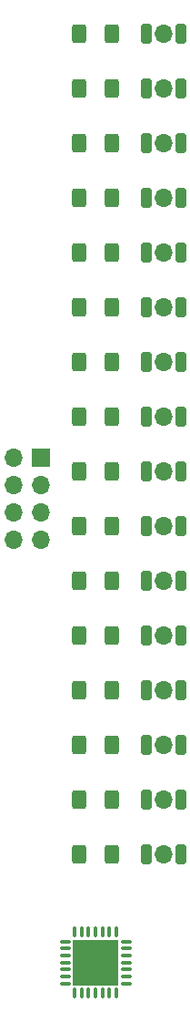
<source format=gbr>
%TF.GenerationSoftware,KiCad,Pcbnew,8.0.4-8.0.4-0~ubuntu22.04.1*%
%TF.CreationDate,2024-08-10T22:14:10+03:00*%
%TF.ProjectId,PM-DI16-DC24sink-front,504d2d44-4931-4362-9d44-43323473696e,rev?*%
%TF.SameCoordinates,Original*%
%TF.FileFunction,Soldermask,Bot*%
%TF.FilePolarity,Negative*%
%FSLAX46Y46*%
G04 Gerber Fmt 4.6, Leading zero omitted, Abs format (unit mm)*
G04 Created by KiCad (PCBNEW 8.0.4-8.0.4-0~ubuntu22.04.1) date 2024-08-10 22:14:10*
%MOMM*%
%LPD*%
G01*
G04 APERTURE LIST*
G04 Aperture macros list*
%AMRoundRect*
0 Rectangle with rounded corners*
0 $1 Rounding radius*
0 $2 $3 $4 $5 $6 $7 $8 $9 X,Y pos of 4 corners*
0 Add a 4 corners polygon primitive as box body*
4,1,4,$2,$3,$4,$5,$6,$7,$8,$9,$2,$3,0*
0 Add four circle primitives for the rounded corners*
1,1,$1+$1,$2,$3*
1,1,$1+$1,$4,$5*
1,1,$1+$1,$6,$7*
1,1,$1+$1,$8,$9*
0 Add four rect primitives between the rounded corners*
20,1,$1+$1,$2,$3,$4,$5,0*
20,1,$1+$1,$4,$5,$6,$7,0*
20,1,$1+$1,$6,$7,$8,$9,0*
20,1,$1+$1,$8,$9,$2,$3,0*%
G04 Aperture macros list end*
%ADD10RoundRect,0.250000X-0.400000X-0.625000X0.400000X-0.625000X0.400000X0.625000X-0.400000X0.625000X0*%
%ADD11RoundRect,0.190000X0.285000X0.710000X-0.285000X0.710000X-0.285000X-0.710000X0.285000X-0.710000X0*%
%ADD12O,1.700000X1.700000*%
%ADD13R,1.700000X1.700000*%
%ADD14R,4.250000X4.250000*%
%ADD15RoundRect,0.075000X0.075000X0.437500X-0.075000X0.437500X-0.075000X-0.437500X0.075000X-0.437500X0*%
%ADD16RoundRect,0.075000X0.437500X0.075000X-0.437500X0.075000X-0.437500X-0.075000X0.437500X-0.075000X0*%
G04 APERTURE END LIST*
D10*
%TO.C,R16*%
X69570000Y-133350000D03*
X72670000Y-133350000D03*
%TD*%
%TO.C,R15*%
X72670000Y-128270000D03*
X69570000Y-128270000D03*
%TD*%
%TO.C,R14*%
X69570000Y-123190000D03*
X72670000Y-123190000D03*
%TD*%
%TO.C,R13*%
X69570000Y-118110000D03*
X72670000Y-118110000D03*
%TD*%
%TO.C,R12*%
X69570000Y-113030000D03*
X72670000Y-113030000D03*
%TD*%
%TO.C,R11*%
X69570000Y-107950000D03*
X72670000Y-107950000D03*
%TD*%
%TO.C,R10*%
X69570000Y-102870000D03*
X72670000Y-102870000D03*
%TD*%
%TO.C,R9*%
X69570000Y-97790000D03*
X72670000Y-97790000D03*
%TD*%
%TO.C,R8*%
X69570000Y-92710000D03*
X72670000Y-92710000D03*
%TD*%
%TO.C,R7*%
X69570000Y-87630000D03*
X72670000Y-87630000D03*
%TD*%
%TO.C,R6*%
X69570000Y-82550000D03*
X72670000Y-82550000D03*
%TD*%
%TO.C,R5*%
X69570000Y-77470000D03*
X72670000Y-77470000D03*
%TD*%
%TO.C,R4*%
X69570000Y-72390000D03*
X72670000Y-72390000D03*
%TD*%
%TO.C,R3*%
X69570000Y-67310000D03*
X72670000Y-67310000D03*
%TD*%
%TO.C,R2*%
X69570000Y-62230000D03*
X72670000Y-62230000D03*
%TD*%
%TO.C,R1*%
X69570000Y-57150000D03*
X72670000Y-57150000D03*
%TD*%
D11*
%TO.C,D9*%
X75870000Y-97790000D03*
X79070000Y-97790000D03*
D12*
X77470000Y-97790000D03*
%TD*%
D13*
%TO.C,J1*%
X66040000Y-96520000D03*
D12*
X63500000Y-96520000D03*
X66040000Y-99060000D03*
X63500000Y-99060000D03*
X66040000Y-101600000D03*
X63500000Y-101600000D03*
X66040000Y-104140000D03*
X63500000Y-104140000D03*
%TD*%
D11*
%TO.C,D14*%
X75870000Y-123190000D03*
X79070000Y-123190000D03*
D12*
X77470000Y-123190000D03*
%TD*%
D11*
%TO.C,D6*%
X75870000Y-82550000D03*
X79070000Y-82550000D03*
D12*
X77470000Y-82550000D03*
%TD*%
D11*
%TO.C,D2*%
X75870000Y-62230000D03*
X79070000Y-62230000D03*
D12*
X77470000Y-62230000D03*
%TD*%
D14*
%TO.C,U1*%
X71120000Y-143360000D03*
D15*
X73070000Y-140522500D03*
X72420000Y-140522500D03*
X71770000Y-140522500D03*
X71120000Y-140522500D03*
X70470000Y-140522500D03*
X69820000Y-140522500D03*
X69170000Y-140522500D03*
D16*
X68282500Y-141410000D03*
X68282500Y-142060000D03*
X68282500Y-142710000D03*
X68282500Y-143360000D03*
X68282500Y-144010000D03*
X68282500Y-144660000D03*
X68282500Y-145310000D03*
D15*
X69170000Y-146197500D03*
X69820000Y-146197500D03*
X70470000Y-146197500D03*
X71120000Y-146197500D03*
X71770000Y-146197500D03*
X72420000Y-146197500D03*
X73070000Y-146197500D03*
D16*
X73957500Y-145310000D03*
X73957500Y-144660000D03*
X73957500Y-144010000D03*
X73957500Y-143360000D03*
X73957500Y-142710000D03*
X73957500Y-142060000D03*
X73957500Y-141410000D03*
%TD*%
D11*
%TO.C,D12*%
X75870000Y-113030000D03*
X79070000Y-113030000D03*
D12*
X77470000Y-113030000D03*
%TD*%
D11*
%TO.C,D5*%
X75870000Y-77470000D03*
X79070000Y-77470000D03*
D12*
X77470000Y-77470000D03*
%TD*%
D11*
%TO.C,D7*%
X75870000Y-87630000D03*
X79070000Y-87630000D03*
D12*
X77470000Y-87630000D03*
%TD*%
D11*
%TO.C,D4*%
X75870000Y-72390000D03*
X79070000Y-72390000D03*
D12*
X77470000Y-72390000D03*
%TD*%
D11*
%TO.C,D3*%
X75870000Y-67310000D03*
X79070000Y-67310000D03*
D12*
X77470000Y-67310000D03*
%TD*%
D11*
%TO.C,D10*%
X75870000Y-102870000D03*
X79070000Y-102870000D03*
D12*
X77470000Y-102870000D03*
%TD*%
D11*
%TO.C,D13*%
X75870000Y-118110000D03*
X79070000Y-118110000D03*
D12*
X77470000Y-118110000D03*
%TD*%
D11*
%TO.C,D1*%
X75870000Y-57150000D03*
X79070000Y-57150000D03*
D12*
X77470000Y-57150000D03*
%TD*%
D11*
%TO.C,D11*%
X75870000Y-107950000D03*
X79070000Y-107950000D03*
D12*
X77470000Y-107950000D03*
%TD*%
D11*
%TO.C,D16*%
X75870000Y-133350000D03*
X79070000Y-133350000D03*
D12*
X77470000Y-133350000D03*
%TD*%
D11*
%TO.C,D8*%
X75870000Y-92710000D03*
X79070000Y-92710000D03*
D12*
X77470000Y-92710000D03*
%TD*%
D11*
%TO.C,D15*%
X75870000Y-128270000D03*
X79070000Y-128270000D03*
D12*
X77470000Y-128270000D03*
%TD*%
M02*

</source>
